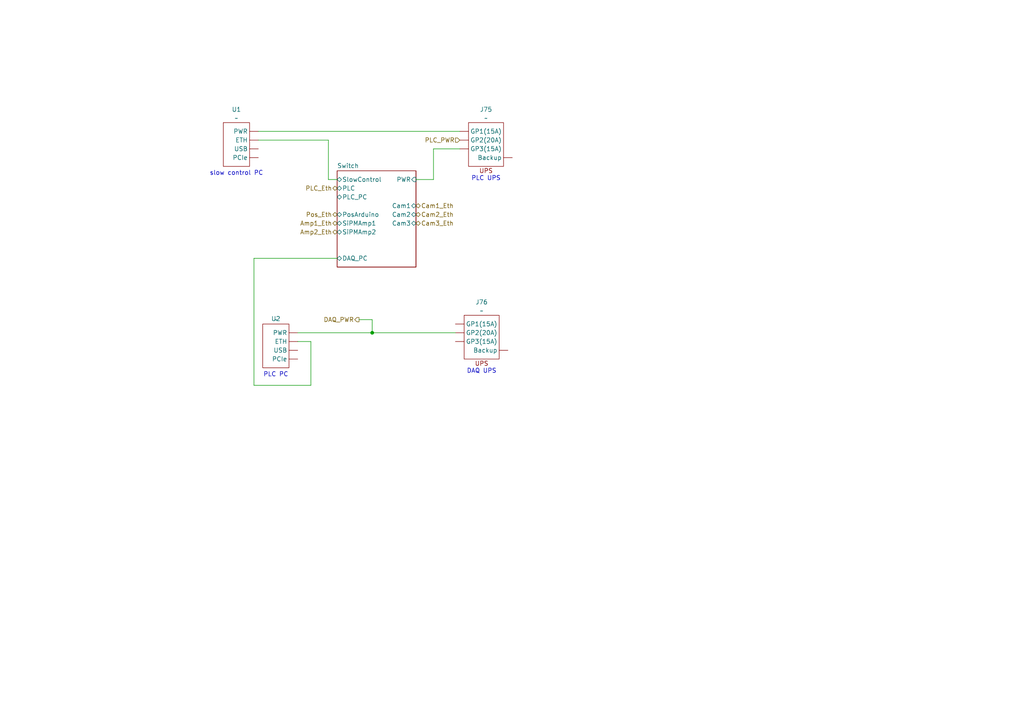
<source format=kicad_sch>
(kicad_sch
	(version 20231120)
	(generator "eeschema")
	(generator_version "8.0")
	(uuid "5b86d7cb-1a88-445c-9979-7830e601fb34")
	(paper "A4")
	(title_block
		(title "Instrumentation wiring drawing")
		(date "2024-06-21")
		(company "SBC")
		(comment 1 "Zhiheng Sheng")
	)
	(lib_symbols
		(symbol "led_driver:PC"
			(exclude_from_sim no)
			(in_bom yes)
			(on_board yes)
			(property "Reference" "U"
				(at 0 7.62 0)
				(effects
					(font
						(size 1.27 1.27)
					)
				)
			)
			(property "Value" ""
				(at -1.27 7.62 0)
				(effects
					(font
						(size 1.27 1.27)
					)
				)
			)
			(property "Footprint" ""
				(at -1.27 7.62 0)
				(effects
					(font
						(size 1.27 1.27)
					)
					(hide yes)
				)
			)
			(property "Datasheet" ""
				(at -1.27 7.62 0)
				(effects
					(font
						(size 1.27 1.27)
					)
					(hide yes)
				)
			)
			(property "Description" ""
				(at -1.27 7.62 0)
				(effects
					(font
						(size 1.27 1.27)
					)
					(hide yes)
				)
			)
			(symbol "PC_0_1"
				(rectangle
					(start -3.81 6.35)
					(end 3.81 -6.35)
					(stroke
						(width 0)
						(type default)
					)
					(fill
						(type none)
					)
				)
			)
			(symbol "PC_1_1"
				(pin bidirectional line
					(at -6.35 1.27 0)
					(length 2.54)
					(name "ETH"
						(effects
							(font
								(size 1.27 1.27)
							)
						)
					)
					(number ""
						(effects
							(font
								(size 1.27 1.27)
							)
						)
					)
				)
				(pin bidirectional line
					(at -6.35 -3.81 0)
					(length 2.54)
					(name "PCIe"
						(effects
							(font
								(size 1.27 1.27)
							)
						)
					)
					(number ""
						(effects
							(font
								(size 1.27 1.27)
							)
						)
					)
				)
				(pin input line
					(at -6.35 3.81 0)
					(length 2.54)
					(name "PWR"
						(effects
							(font
								(size 1.27 1.27)
							)
						)
					)
					(number ""
						(effects
							(font
								(size 1.27 1.27)
							)
						)
					)
				)
				(pin bidirectional line
					(at -6.35 -1.27 0)
					(length 2.54)
					(name "USB"
						(effects
							(font
								(size 1.27 1.27)
							)
						)
					)
					(number ""
						(effects
							(font
								(size 1.27 1.27)
							)
						)
					)
				)
			)
		)
		(symbol "led_driver:UPS"
			(exclude_from_sim no)
			(in_bom yes)
			(on_board yes)
			(property "Reference" "J"
				(at -0.254 7.366 0)
				(effects
					(font
						(size 1.27 1.27)
					)
				)
			)
			(property "Value" ""
				(at -2.54 7.62 0)
				(effects
					(font
						(size 1.27 1.27)
					)
				)
			)
			(property "Footprint" ""
				(at -2.54 7.62 0)
				(effects
					(font
						(size 1.27 1.27)
					)
					(hide yes)
				)
			)
			(property "Datasheet" ""
				(at -2.54 7.62 0)
				(effects
					(font
						(size 1.27 1.27)
					)
					(hide yes)
				)
			)
			(property "Description" ""
				(at -2.54 7.62 0)
				(effects
					(font
						(size 1.27 1.27)
					)
					(hide yes)
				)
			)
			(symbol "UPS_0_1"
				(rectangle
					(start -5.08 6.35)
					(end 5.08 -6.35)
					(stroke
						(width 0)
						(type default)
					)
					(fill
						(type none)
					)
				)
			)
			(symbol "UPS_1_1"
				(text "UPS"
					(at 0 -7.62 0)
					(effects
						(font
							(size 1.27 1.27)
						)
					)
				)
				(pin input line
					(at 7.62 -3.81 180)
					(length 2.54)
					(name "Backup"
						(effects
							(font
								(size 1.27 1.27)
							)
						)
					)
					(number ""
						(effects
							(font
								(size 1.27 1.27)
							)
						)
					)
				)
				(pin output line
					(at -7.62 3.81 0)
					(length 2.54)
					(name "GP1(15A)"
						(effects
							(font
								(size 1.27 1.27)
							)
						)
					)
					(number ""
						(effects
							(font
								(size 1.27 1.27)
							)
						)
					)
				)
				(pin output line
					(at -7.62 1.27 0)
					(length 2.54)
					(name "GP2(20A)"
						(effects
							(font
								(size 1.27 1.27)
							)
						)
					)
					(number ""
						(effects
							(font
								(size 1.27 1.27)
							)
						)
					)
				)
				(pin output line
					(at -7.62 -1.27 0)
					(length 2.54)
					(name "GP3(15A)"
						(effects
							(font
								(size 1.27 1.27)
							)
						)
					)
					(number ""
						(effects
							(font
								(size 1.27 1.27)
							)
						)
					)
				)
			)
		)
	)
	(junction
		(at 107.95 96.52)
		(diameter 0)
		(color 0 0 0 0)
		(uuid "8824ba5d-4274-4435-91c7-6767af3b323d")
	)
	(wire
		(pts
			(xy 73.66 111.76) (xy 73.66 74.93)
		)
		(stroke
			(width 0)
			(type default)
		)
		(uuid "1ad4e062-473f-40c8-9744-9397956a6ff4")
	)
	(wire
		(pts
			(xy 86.36 96.52) (xy 107.95 96.52)
		)
		(stroke
			(width 0)
			(type default)
		)
		(uuid "38f4dbbe-7f75-4353-9e39-bc6a386cb2cc")
	)
	(wire
		(pts
			(xy 125.73 43.18) (xy 133.35 43.18)
		)
		(stroke
			(width 0)
			(type default)
		)
		(uuid "48a534f3-617c-4624-b1ce-28aad8966ca2")
	)
	(wire
		(pts
			(xy 107.95 96.52) (xy 132.08 96.52)
		)
		(stroke
			(width 0)
			(type default)
		)
		(uuid "5bdc1c08-e4a8-485d-bd62-4e8c0de09a3e")
	)
	(wire
		(pts
			(xy 74.93 38.1) (xy 133.35 38.1)
		)
		(stroke
			(width 0)
			(type default)
		)
		(uuid "6bd5cd46-1d9c-4566-9712-402968f47864")
	)
	(wire
		(pts
			(xy 73.66 74.93) (xy 97.79 74.93)
		)
		(stroke
			(width 0)
			(type default)
		)
		(uuid "6fcd7687-5fbc-4976-bd78-873a3ab91baa")
	)
	(wire
		(pts
			(xy 90.17 111.76) (xy 73.66 111.76)
		)
		(stroke
			(width 0)
			(type default)
		)
		(uuid "74eae0db-8710-4453-ab31-7a0cd61e6260")
	)
	(wire
		(pts
			(xy 74.93 40.64) (xy 95.25 40.64)
		)
		(stroke
			(width 0)
			(type default)
		)
		(uuid "7e9ac0cd-c2ca-4f0e-849a-619de9f2ca2b")
	)
	(wire
		(pts
			(xy 95.25 52.07) (xy 97.79 52.07)
		)
		(stroke
			(width 0)
			(type default)
		)
		(uuid "85f45f6b-9621-447e-bc44-bbda4c38bb5b")
	)
	(wire
		(pts
			(xy 86.36 99.06) (xy 90.17 99.06)
		)
		(stroke
			(width 0)
			(type default)
		)
		(uuid "8f6e73cd-ac7a-4ed2-b789-14be7b32446c")
	)
	(wire
		(pts
			(xy 95.25 40.64) (xy 95.25 52.07)
		)
		(stroke
			(width 0)
			(type default)
		)
		(uuid "9296ae94-705a-4c53-9f94-3c688bb2da8d")
	)
	(wire
		(pts
			(xy 104.14 92.71) (xy 107.95 92.71)
		)
		(stroke
			(width 0)
			(type default)
		)
		(uuid "96ee5a39-e783-46bd-a342-59bfd2a038ab")
	)
	(wire
		(pts
			(xy 107.95 92.71) (xy 107.95 96.52)
		)
		(stroke
			(width 0)
			(type default)
		)
		(uuid "c2f0a427-abe3-4644-9266-e8b55021ca17")
	)
	(wire
		(pts
			(xy 90.17 99.06) (xy 90.17 111.76)
		)
		(stroke
			(width 0)
			(type default)
		)
		(uuid "c4e3d4e5-f2f2-4b10-b8d4-bc97e9a7c086")
	)
	(wire
		(pts
			(xy 125.73 52.07) (xy 125.73 43.18)
		)
		(stroke
			(width 0)
			(type default)
		)
		(uuid "d61a2786-3259-4e7a-96b7-ce0114ebd19c")
	)
	(wire
		(pts
			(xy 120.65 52.07) (xy 125.73 52.07)
		)
		(stroke
			(width 0)
			(type default)
		)
		(uuid "dbbf9b31-0a8c-429e-9b02-051a0fee5145")
	)
	(text "PLC PC"
		(exclude_from_sim no)
		(at 80.01 108.712 0)
		(effects
			(font
				(size 1.27 1.27)
			)
		)
		(uuid "5d7e26a2-b689-43a4-983a-2e6dcddb878b")
	)
	(text "PLC UPS"
		(exclude_from_sim no)
		(at 140.97 51.816 0)
		(effects
			(font
				(size 1.27 1.27)
			)
		)
		(uuid "ba5b71a0-5c80-46c7-bcd4-5d8e5e253ab9")
	)
	(text "DAQ UPS"
		(exclude_from_sim no)
		(at 139.7 107.696 0)
		(effects
			(font
				(size 1.27 1.27)
			)
		)
		(uuid "d7193a9b-c2cf-4df4-a50f-f1b99f804ab0")
	)
	(text "slow control PC"
		(exclude_from_sim no)
		(at 68.58 50.292 0)
		(effects
			(font
				(size 1.27 1.27)
			)
		)
		(uuid "f333bad7-e32d-45de-96b8-9e913ae0a24c")
	)
	(hierarchical_label "PLC_Eth"
		(shape bidirectional)
		(at 97.79 54.61 180)
		(fields_autoplaced yes)
		(effects
			(font
				(size 1.27 1.27)
			)
			(justify right)
		)
		(uuid "2129852b-57b7-40db-be73-81f926792f87")
	)
	(hierarchical_label "Cam1_Eth"
		(shape bidirectional)
		(at 120.65 59.69 0)
		(fields_autoplaced yes)
		(effects
			(font
				(size 1.27 1.27)
			)
			(justify left)
		)
		(uuid "3a362435-bdaa-4301-8f46-e005b86bd604")
	)
	(hierarchical_label "Cam3_Eth"
		(shape bidirectional)
		(at 120.65 64.77 0)
		(fields_autoplaced yes)
		(effects
			(font
				(size 1.27 1.27)
			)
			(justify left)
		)
		(uuid "4a3aaf84-ef5d-4eca-91f8-cedee9ec07da")
	)
	(hierarchical_label "Cam2_Eth"
		(shape bidirectional)
		(at 120.65 62.23 0)
		(fields_autoplaced yes)
		(effects
			(font
				(size 1.27 1.27)
			)
			(justify left)
		)
		(uuid "640fd3f8-7e3f-4d50-9988-98b865bf81a5")
	)
	(hierarchical_label "Amp2_Eth"
		(shape bidirectional)
		(at 97.79 67.31 180)
		(fields_autoplaced yes)
		(effects
			(font
				(size 1.27 1.27)
			)
			(justify right)
		)
		(uuid "76c396bd-2d29-4a44-adec-3865e7b92ee6")
	)
	(hierarchical_label "DAQ_PWR"
		(shape output)
		(at 104.14 92.71 180)
		(fields_autoplaced yes)
		(effects
			(font
				(size 1.27 1.27)
			)
			(justify right)
		)
		(uuid "9c3120ef-a786-46b1-96aa-1fa00a089bbf")
	)
	(hierarchical_label "PLC_PWR"
		(shape input)
		(at 133.35 40.64 180)
		(fields_autoplaced yes)
		(effects
			(font
				(size 1.27 1.27)
			)
			(justify right)
		)
		(uuid "c3f08480-513c-4ae9-8bc3-a74352148d19")
	)
	(hierarchical_label "Amp1_Eth"
		(shape bidirectional)
		(at 97.79 64.77 180)
		(fields_autoplaced yes)
		(effects
			(font
				(size 1.27 1.27)
			)
			(justify right)
		)
		(uuid "db79f8d8-deea-4337-bb60-e7e56be7715b")
	)
	(hierarchical_label "Pos_Eth"
		(shape bidirectional)
		(at 97.79 62.23 180)
		(fields_autoplaced yes)
		(effects
			(font
				(size 1.27 1.27)
			)
			(justify right)
		)
		(uuid "e9576b54-3f1b-4950-859d-62ad45056aec")
	)
	(symbol
		(lib_name "led_driver:UPS")
		(lib_id "led_driver:UPS")
		(at 140.97 41.91 0)
		(unit 1)
		(exclude_from_sim no)
		(in_bom yes)
		(on_board yes)
		(dnp no)
		(fields_autoplaced yes)
		(uuid "668ec741-0946-4722-8838-067a41dd3502")
		(property "Reference" "J75"
			(at 140.97 31.75 0)
			(effects
				(font
					(size 1.27 1.27)
				)
			)
		)
		(property "Value" "~"
			(at 140.97 34.29 0)
			(effects
				(font
					(size 1.27 1.27)
				)
			)
		)
		(property "Footprint" ""
			(at 138.43 34.29 0)
			(effects
				(font
					(size 1.27 1.27)
				)
				(hide yes)
			)
		)
		(property "Datasheet" ""
			(at 138.43 34.29 0)
			(effects
				(font
					(size 1.27 1.27)
				)
				(hide yes)
			)
		)
		(property "Description" ""
			(at 138.43 34.29 0)
			(effects
				(font
					(size 1.27 1.27)
				)
				(hide yes)
			)
		)
		(pin ""
			(uuid "1d1b0849-ec86-44a1-9d3d-21babf834c77")
		)
		(pin ""
			(uuid "f1c86103-9b07-4e2a-8f87-e0ee1ac8b8fb")
		)
		(pin ""
			(uuid "a2eee6eb-43f6-444d-9945-7c71609981f8")
		)
		(pin ""
			(uuid "e5d83518-578d-4d9d-95d1-124ccd94421b")
		)
		(instances
			(project ""
				(path "/33b0be37-4aa5-415a-8914-5441d29c7862/1e667f04-a909-4ae6-8622-8912619cbc74"
					(reference "J75")
					(unit 1)
				)
			)
		)
	)
	(symbol
		(lib_name "led_driver:PC")
		(lib_id "led_driver:PC")
		(at 80.01 100.33 0)
		(mirror y)
		(unit 1)
		(exclude_from_sim no)
		(in_bom yes)
		(on_board yes)
		(dnp no)
		(uuid "8de7ada7-5825-4825-976c-420848103274")
		(property "Reference" "U2"
			(at 80.01 92.456 0)
			(effects
				(font
					(size 1.27 1.27)
				)
			)
		)
		(property "Value" "~"
			(at 80.01 92.71 0)
			(effects
				(font
					(size 1.27 1.27)
				)
			)
		)
		(property "Footprint" ""
			(at 81.28 92.71 0)
			(effects
				(font
					(size 1.27 1.27)
				)
				(hide yes)
			)
		)
		(property "Datasheet" ""
			(at 81.28 92.71 0)
			(effects
				(font
					(size 1.27 1.27)
				)
				(hide yes)
			)
		)
		(property "Description" ""
			(at 81.28 92.71 0)
			(effects
				(font
					(size 1.27 1.27)
				)
				(hide yes)
			)
		)
		(pin ""
			(uuid "aa482b89-354c-495a-a0e3-ae4c22781f48")
		)
		(pin ""
			(uuid "1d147374-7800-4036-b7cc-9c9305c30cfa")
		)
		(pin ""
			(uuid "02d5729c-85c2-4025-88c3-7579ed8a91a2")
		)
		(pin ""
			(uuid "ca9149c3-9feb-4957-af20-7057b1c8b243")
		)
		(instances
			(project "instrumentation_wiring"
				(path "/33b0be37-4aa5-415a-8914-5441d29c7862/1e667f04-a909-4ae6-8622-8912619cbc74"
					(reference "U2")
					(unit 1)
				)
			)
		)
	)
	(symbol
		(lib_name "led_driver:UPS")
		(lib_id "led_driver:UPS")
		(at 139.7 97.79 0)
		(unit 1)
		(exclude_from_sim no)
		(in_bom yes)
		(on_board yes)
		(dnp no)
		(fields_autoplaced yes)
		(uuid "d03dba6c-ff2b-4e46-9992-b31637f1999f")
		(property "Reference" "J76"
			(at 139.7 87.63 0)
			(effects
				(font
					(size 1.27 1.27)
				)
			)
		)
		(property "Value" "~"
			(at 139.7 90.17 0)
			(effects
				(font
					(size 1.27 1.27)
				)
			)
		)
		(property "Footprint" ""
			(at 137.16 90.17 0)
			(effects
				(font
					(size 1.27 1.27)
				)
				(hide yes)
			)
		)
		(property "Datasheet" ""
			(at 137.16 90.17 0)
			(effects
				(font
					(size 1.27 1.27)
				)
				(hide yes)
			)
		)
		(property "Description" ""
			(at 137.16 90.17 0)
			(effects
				(font
					(size 1.27 1.27)
				)
				(hide yes)
			)
		)
		(pin ""
			(uuid "3d104fab-2e42-45c8-b9de-b99d823a8e07")
		)
		(pin ""
			(uuid "3ad77a03-fb94-4d12-9410-a4e17f88e983")
		)
		(pin ""
			(uuid "acbe2fe0-6e9d-4976-9a1e-607cbcbf8d27")
		)
		(pin ""
			(uuid "73a7caff-c6cd-4423-aeb9-fe0901ac4ae2")
		)
		(instances
			(project "instrumentation_wiring"
				(path "/33b0be37-4aa5-415a-8914-5441d29c7862/1e667f04-a909-4ae6-8622-8912619cbc74"
					(reference "J76")
					(unit 1)
				)
			)
		)
	)
	(symbol
		(lib_id "led_driver:PC")
		(at 68.58 41.91 0)
		(mirror y)
		(unit 1)
		(exclude_from_sim no)
		(in_bom yes)
		(on_board yes)
		(dnp no)
		(fields_autoplaced yes)
		(uuid "da8e1f45-6dec-44e2-bf12-112060efb6ac")
		(property "Reference" "U1"
			(at 68.58 31.75 0)
			(effects
				(font
					(size 1.27 1.27)
				)
			)
		)
		(property "Value" "~"
			(at 68.58 34.29 0)
			(effects
				(font
					(size 1.27 1.27)
				)
			)
		)
		(property "Footprint" ""
			(at 69.85 34.29 0)
			(effects
				(font
					(size 1.27 1.27)
				)
				(hide yes)
			)
		)
		(property "Datasheet" ""
			(at 69.85 34.29 0)
			(effects
				(font
					(size 1.27 1.27)
				)
				(hide yes)
			)
		)
		(property "Description" ""
			(at 69.85 34.29 0)
			(effects
				(font
					(size 1.27 1.27)
				)
				(hide yes)
			)
		)
		(pin ""
			(uuid "b335913c-ffc6-4d5c-b36e-e324dbb140ca")
		)
		(pin ""
			(uuid "c079ff5b-ca78-4212-962f-87fcd756f081")
		)
		(pin ""
			(uuid "d9bc5b30-4cb1-45ca-9fe4-1959a4ce8eef")
		)
		(pin ""
			(uuid "2e102f7c-37f7-4e0e-97f3-f180a02c0375")
		)
		(instances
			(project ""
				(path "/33b0be37-4aa5-415a-8914-5441d29c7862/1e667f04-a909-4ae6-8622-8912619cbc74"
					(reference "U1")
					(unit 1)
				)
			)
		)
	)
	(sheet
		(at 97.79 49.53)
		(size 22.86 27.94)
		(fields_autoplaced yes)
		(stroke
			(width 0.1524)
			(type solid)
		)
		(fill
			(color 0 0 0 0.0000)
		)
		(uuid "1f0b89ff-a093-4815-9b0b-1aaa51d270df")
		(property "Sheetname" "Switch"
			(at 97.79 48.8184 0)
			(effects
				(font
					(size 1.27 1.27)
				)
				(justify left bottom)
			)
		)
		(property "Sheetfile" "switch.kicad_sch"
			(at 97.79 78.0546 0)
			(effects
				(font
					(size 1.27 1.27)
				)
				(justify left top)
				(hide yes)
			)
		)
		(pin "SiPMAmp1" bidirectional
			(at 97.79 64.77 180)
			(effects
				(font
					(size 1.27 1.27)
				)
				(justify left)
			)
			(uuid "8d740fb8-bcc5-4ba1-af0c-e0e01df21128")
		)
		(pin "SiPMAmp2" bidirectional
			(at 97.79 67.31 180)
			(effects
				(font
					(size 1.27 1.27)
				)
				(justify left)
			)
			(uuid "7f9431c8-4cdd-47a8-bb71-23fbe4b2e7bb")
		)
		(pin "Cam2" bidirectional
			(at 120.65 62.23 0)
			(effects
				(font
					(size 1.27 1.27)
				)
				(justify right)
			)
			(uuid "bd3fc9f4-9d75-4ad0-b5e0-9a15ef1b6185")
		)
		(pin "SlowControl" bidirectional
			(at 97.79 52.07 180)
			(effects
				(font
					(size 1.27 1.27)
				)
				(justify left)
			)
			(uuid "6507abef-b841-4452-bdc2-f8bc1e2b8ca3")
		)
		(pin "PLC" bidirectional
			(at 97.79 54.61 180)
			(effects
				(font
					(size 1.27 1.27)
				)
				(justify left)
			)
			(uuid "94e8e402-a6f7-4b25-961f-1026b40070e8")
		)
		(pin "Cam1" bidirectional
			(at 120.65 59.69 0)
			(effects
				(font
					(size 1.27 1.27)
				)
				(justify right)
			)
			(uuid "2d08ef5d-7344-4140-89b5-9acfda5277b4")
		)
		(pin "Cam3" bidirectional
			(at 120.65 64.77 0)
			(effects
				(font
					(size 1.27 1.27)
				)
				(justify right)
			)
			(uuid "a0faaeb4-48f0-4923-9dc9-f079a1c94e90")
		)
		(pin "PosArduino" bidirectional
			(at 97.79 62.23 180)
			(effects
				(font
					(size 1.27 1.27)
				)
				(justify left)
			)
			(uuid "2d6fb79a-1c59-4d95-b591-dfdcc988033c")
		)
		(pin "PWR" input
			(at 120.65 52.07 0)
			(effects
				(font
					(size 1.27 1.27)
				)
				(justify right)
			)
			(uuid "868bbdd0-90fa-4a3f-9875-b39460f477aa")
		)
		(pin "PLC_PC" bidirectional
			(at 97.79 57.15 180)
			(effects
				(font
					(size 1.27 1.27)
				)
				(justify left)
			)
			(uuid "ba110a90-77fc-49a0-a044-dc1f5c07e6fe")
		)
		(pin "DAQ_PC" bidirectional
			(at 97.79 74.93 180)
			(effects
				(font
					(size 1.27 1.27)
				)
				(justify left)
			)
			(uuid "133773ee-7df7-4580-b1b8-2db59f070b1d")
		)
		(instances
			(project "instrumentation_wiring"
				(path "/33b0be37-4aa5-415a-8914-5441d29c7862/1e667f04-a909-4ae6-8622-8912619cbc74"
					(page "7")
				)
			)
		)
	)
)

</source>
